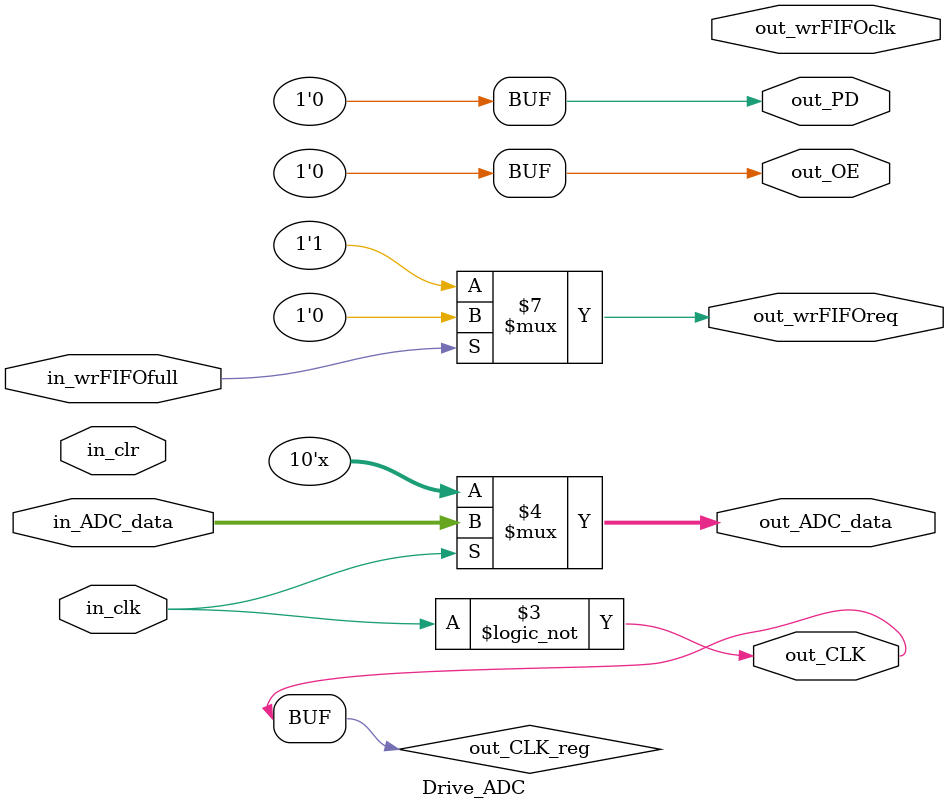
<source format=v>
/*******************************(C) COPYRIGHT 2017 Wind（谢玉伸）*********************************/
/**============================================================================
* @FileName    : Drive_ADC.v
* @Description : ADC文件
* @Date        : 2017/5/1
* @By          : Wind（谢玉伸）
* @Email       : 1659567673@ qq.com
* @Platform    : Quartus II 15.0 (64-bit) (EP4CE22E22C8)
* @Explain     : ADC文件
*=============================================================================*/ 
module Drive_ADC
(   
	 input in_clr
	 ,input in_clk  
	 ,input [9:0]in_ADC_data  
	 ,input in_wrFIFOfull
	 
	 ,output reg out_OE    
	 ,output reg out_PD    
	 ,output out_CLK   
	 ,output reg [9:0]out_ADC_data  
	  
        
	 ,output reg out_wrFIFOclk
	 ,output reg out_wrFIFOreq
	 
);	

reg out_CLK_reg;
//reg wrflag;

assign out_CLK = out_CLK_reg;

always @(in_clk)
begin
	out_OE <= 0;	
	out_PD <= 0;
    
//    wrflag <= !wrflag;
    if(in_wrFIFOfull == 0)
        out_wrFIFOreq <= 1;
    else
        out_wrFIFOreq <= 0;

  
	out_CLK_reg <= !in_clk;	
	if(in_clk)
	begin 
		//芯片是这样的
//		out_ADC_data[9] <= in_ADC_data[0];
//		out_ADC_data[8] <= in_ADC_data[1];
//		out_ADC_data[7] <= in_ADC_data[2];
//		out_ADC_data[6] <= in_ADC_data[3];
//		out_ADC_data[5] <= in_ADC_data[4];
//		out_ADC_data[4] <= in_ADC_data[5];
//		out_ADC_data[3] <= in_ADC_data[6];
//		out_ADC_data[2] <= in_ADC_data[7];
//		out_ADC_data[1] <= in_ADC_data[8];
//		out_ADC_data[0] <= in_ADC_data[9];
        //FPGA中倒序数据，STM32直接接收
		out_ADC_data <= in_ADC_data; 
		
	end
	
end
	
	
	
	
	
	
endmodule


/*******************************(C) COPYRIGHT 2017 Wind（谢玉伸）*********************************/














</source>
